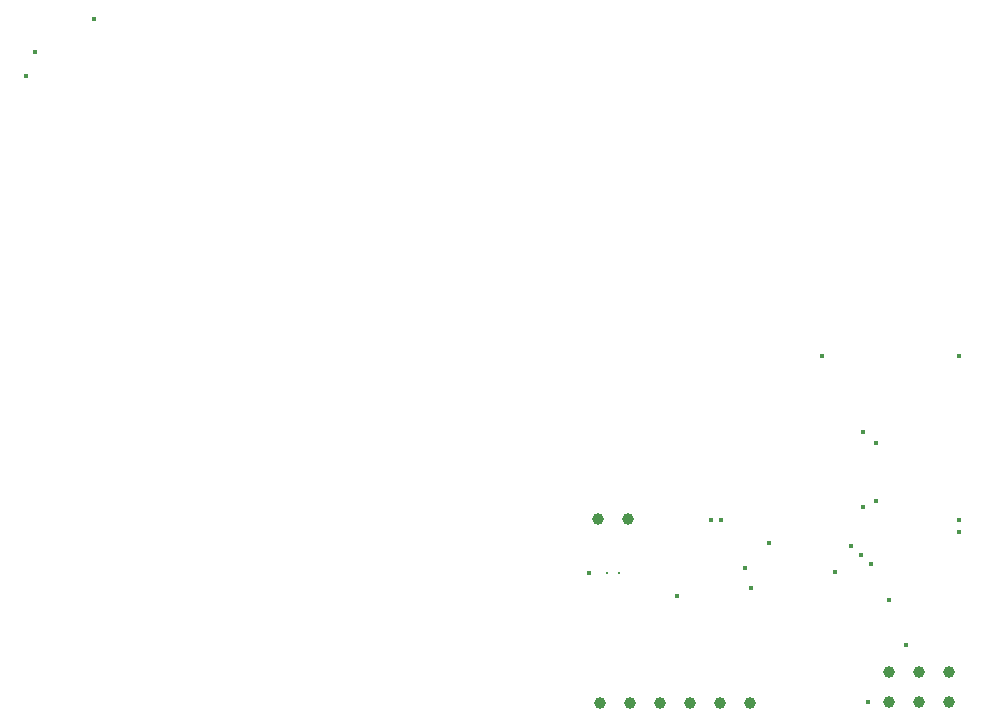
<source format=gbr>
%TF.GenerationSoftware,KiCad,Pcbnew,5.1.7+dfsg1-1~bpo10+1*%
%TF.CreationDate,2020-11-15T21:32:18+00:00*%
%TF.ProjectId,mobo,6d6f626f-2e6b-4696-9361-645f70636258,rev?*%
%TF.SameCoordinates,Original*%
%TF.FileFunction,Plated,1,2,PTH,Drill*%
%TF.FilePolarity,Positive*%
%FSLAX46Y46*%
G04 Gerber Fmt 4.6, Leading zero omitted, Abs format (unit mm)*
G04 Created by KiCad (PCBNEW 5.1.7+dfsg1-1~bpo10+1) date 2020-11-15 21:32:18*
%MOMM*%
%LPD*%
G01*
G04 APERTURE LIST*
%TA.AperFunction,ComponentDrill*%
%ADD10C,0.250000*%
%TD*%
%TA.AperFunction,ViaDrill*%
%ADD11C,0.400000*%
%TD*%
%TA.AperFunction,ComponentDrill*%
%ADD12C,1.000000*%
%TD*%
G04 APERTURE END LIST*
D10*
%TO.C,U3*%
X131747000Y-160140000D03*
X132747000Y-160140000D03*
%TD*%
D11*
X82500000Y-118000000D03*
X83300000Y-116000000D03*
X88300000Y-113200000D03*
X130215000Y-160140000D03*
X137600000Y-162050000D03*
X140500000Y-155600000D03*
X141400000Y-155600000D03*
X143400000Y-159700000D03*
X143900000Y-161400000D03*
X145400000Y-157600000D03*
X149900000Y-141700000D03*
X151000000Y-160000000D03*
X152400000Y-157800000D03*
X153200000Y-158600000D03*
X153400000Y-148200000D03*
X153400000Y-154500000D03*
X153800000Y-171000000D03*
X154100000Y-159300000D03*
X154500000Y-149100000D03*
X154500000Y-154000000D03*
X155600000Y-162400000D03*
X157000000Y-166200000D03*
X161500000Y-141700000D03*
X161500000Y-155600000D03*
X161500000Y-156600000D03*
D12*
%TO.C,M1*%
X130960000Y-155500000D03*
X133500000Y-155500000D03*
%TO.C,J3*%
X155600000Y-168460000D03*
X155600000Y-171000000D03*
X158140000Y-168460000D03*
X158140000Y-171000000D03*
X160680000Y-168460000D03*
X160680000Y-171000000D03*
%TO.C,J1*%
X131098000Y-171087000D03*
X133638000Y-171087000D03*
X136178000Y-171087000D03*
X138718000Y-171087000D03*
X141258000Y-171087000D03*
X143798000Y-171087000D03*
M02*

</source>
